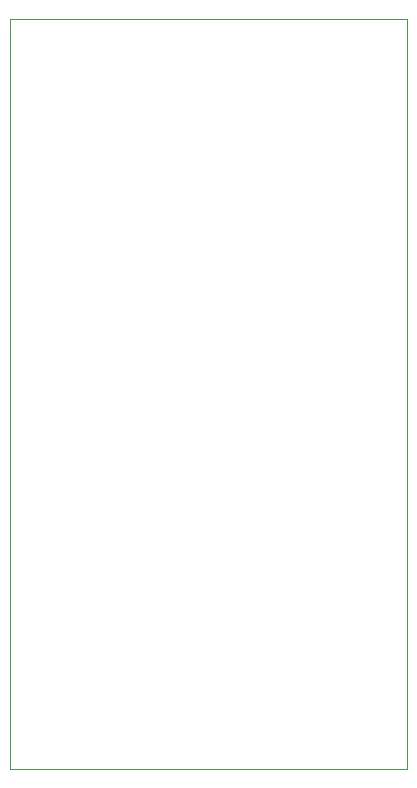
<source format=gko>
G04 #@! TF.GenerationSoftware,KiCad,Pcbnew,(5.1.5)-3*
G04 #@! TF.CreationDate,2020-07-08T18:31:05-03:00*
G04 #@! TF.ProjectId,EEN60002020,45454e36-3030-4303-9230-32302e6b6963,rev?*
G04 #@! TF.SameCoordinates,Original*
G04 #@! TF.FileFunction,Profile,NP*
%FSLAX46Y46*%
G04 Gerber Fmt 4.6, Leading zero omitted, Abs format (unit mm)*
G04 Created by KiCad (PCBNEW (5.1.5)-3) date 2020-07-08 18:31:05*
%MOMM*%
%LPD*%
G04 APERTURE LIST*
%ADD10C,0.050000*%
G04 APERTURE END LIST*
D10*
X168662600Y-126974600D02*
X135102600Y-126974600D01*
X135102600Y-126974600D02*
X135102600Y-63474600D01*
X168662600Y-63474600D02*
X168662600Y-126974600D01*
X135102600Y-63474600D02*
X168662600Y-63474600D01*
M02*

</source>
